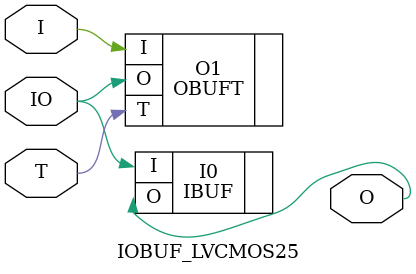
<source format=v>


`timescale  1 ps / 1 ps


module IOBUF_LVCMOS25 (O, IO, I, T);

    output O;

    inout  IO;

    input  I, T;

        OBUFT #(.IOSTANDARD("LVCMOS25") ) O1 (.O(IO), .I(I), .T(T)); 
	IBUF #(.IOSTANDARD("LVCMOS25"))  I0 (.O(O), .I(IO));
        

endmodule



</source>
